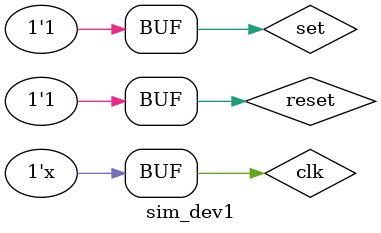
<source format=v>
`timescale 1ns / 1ps
module sim_dev1();
reg reset,set,clk;
wire [3:0]Y;

initial
    begin
        reset = 0;
        set = 0;
        clk = 1;
        #40 set = 1;
        #40 reset = 1;
    end
always#20 clk = ~clk;
counter_12 u(reset,set,clk,Y);
endmodule
</source>
